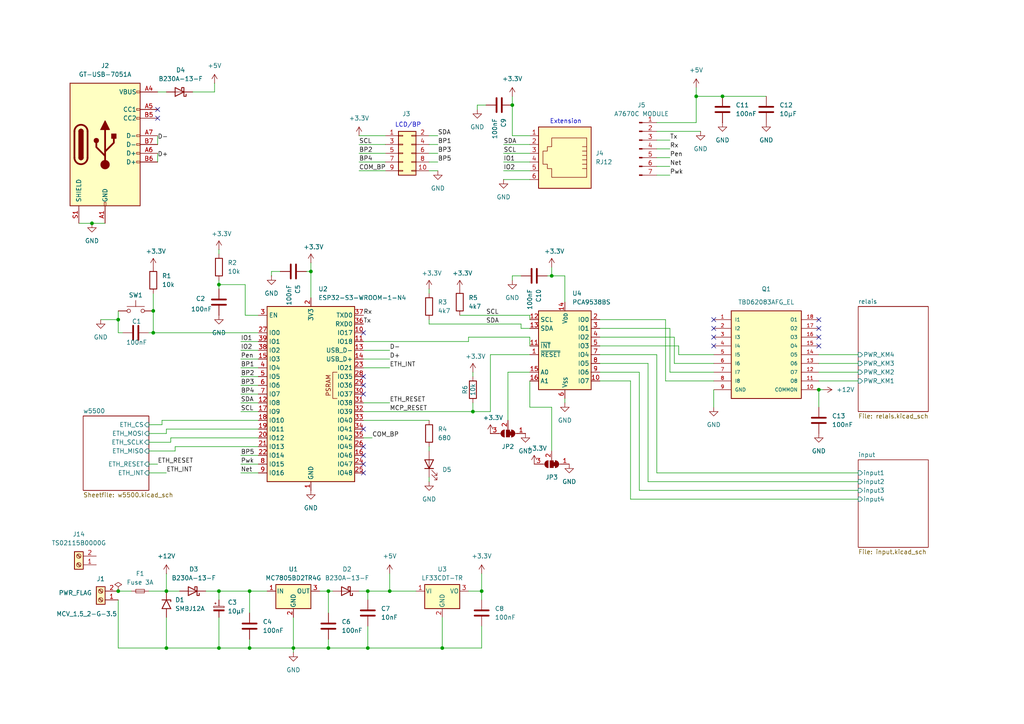
<source format=kicad_sch>
(kicad_sch (version 20250114) (generator "eeschema") (generator_version "9.0")
  (paper "A4")
  (text "Extension\n" (at 164.084 35.306 0) (effects (font (size 1.27 1.27))))
  (text "LCD/BP" (at 118.364 36.322 0) (effects (font (size 1.27 1.27))))
  (junction (at 209.55 27.94))
  (junction (at 44.45 96.52))
  (junction (at 95.25 187.96))
  (junction (at 72.39 171.45))
  (junction (at 139.7 171.45))
  (junction (at 44.45 90.17))
  (junction (at 237.49 113.03))
  (junction (at 113.03 171.45))
  (junction (at 95.25 171.45))
  (junction (at 34.29 171.45))
  (junction (at 48.26 187.96))
  (junction (at 63.5 82.55))
  (junction (at 63.5 171.45))
  (junction (at 72.39 187.96))
  (junction (at 34.29 92.71))
  (junction (at 201.93 27.94))
  (junction (at 106.68 187.96))
  (junction (at 85.09 187.96))
  (junction (at 160.02 80.01))
  (junction (at 63.5 187.96))
  (junction (at 26.67 64.77))
  (junction (at 137.16 119.38))
  (junction (at 48.26 171.45))
  (junction (at 128.27 187.96))
  (junction (at 148.59 30.48))
  (junction (at 106.68 171.45))
  (junction (at 90.17 78.74))
  (no_connect (at 237.49 97.79))
  (no_connect (at 45.72 31.75))
  (no_connect (at 105.41 124.46))
  (no_connect (at 207.01 92.71))
  (no_connect (at 105.41 114.3))
  (no_connect (at 45.72 34.29))
  (no_connect (at 207.01 100.33))
  (no_connect (at 105.41 132.08))
  (no_connect (at 105.41 111.76))
  (no_connect (at 105.41 96.52))
  (no_connect (at 237.49 100.33))
  (no_connect (at 237.49 95.25))
  (no_connect (at 207.01 97.79))
  (no_connect (at 105.41 137.16))
  (no_connect (at 105.41 129.54))
  (no_connect (at 237.49 92.71))
  (no_connect (at 105.41 134.62))
  (no_connect (at 105.41 109.22))
  (no_connect (at 207.01 95.25))
  (wire (pts (xy 146.05 52.07) (xy 153.67 52.07)))
  (wire (pts (xy 92.71 171.45) (xy 95.25 171.45)))
  (wire (pts (xy 142.24 102.87) (xy 142.24 119.38)))
  (wire (pts (xy 46.99 121.92) (xy 74.93 121.92)))
  (wire (pts (xy 34.29 187.96) (xy 48.26 187.96)))
  (wire (pts (xy 153.67 100.33) (xy 153.67 97.79)))
  (wire (pts (xy 139.7 181.61) (xy 139.7 187.96)))
  (wire (pts (xy 72.39 187.96) (xy 72.39 185.42)))
  (wire (pts (xy 113.03 171.45) (xy 120.65 171.45)))
  (wire (pts (xy 163.83 80.01) (xy 160.02 80.01)))
  (wire (pts (xy 194.31 40.64) (xy 190.5 40.64)))
  (wire (pts (xy 173.99 100.33) (xy 196.85 100.33)))
  (wire (pts (xy 194.31 107.95) (xy 207.01 107.95)))
  (wire (pts (xy 69.85 104.14) (xy 74.93 104.14)))
  (wire (pts (xy 69.85 137.16) (xy 74.93 137.16)))
  (wire (pts (xy 69.85 111.76) (xy 74.93 111.76)))
  (wire (pts (xy 187.96 139.7) (xy 248.92 139.7)))
  (wire (pts (xy 69.85 106.68) (xy 74.93 106.68)))
  (wire (pts (xy 48.26 171.45) (xy 52.07 171.45)))
  (wire (pts (xy 137.16 119.38) (xy 142.24 119.38)))
  (wire (pts (xy 43.18 128.27) (xy 49.53 128.27)))
  (wire (pts (xy 127 41.91) (xy 124.46 41.91)))
  (wire (pts (xy 182.88 144.78) (xy 248.92 144.78)))
  (wire (pts (xy 44.45 85.09) (xy 44.45 90.17)))
  (wire (pts (xy 43.18 171.45) (xy 48.26 171.45)))
  (wire (pts (xy 105.41 121.92) (xy 124.46 121.92)))
  (wire (pts (xy 194.31 45.72) (xy 190.5 45.72)))
  (wire (pts (xy 43.18 123.19) (xy 46.99 123.19)))
  (wire (pts (xy 153.67 97.79) (xy 135.89 97.79)))
  (wire (pts (xy 95.25 187.96) (xy 95.25 185.42)))
  (wire (pts (xy 173.99 92.71) (xy 193.04 92.71)))
  (wire (pts (xy 104.14 39.37) (xy 111.76 39.37)))
  (wire (pts (xy 46.99 123.19) (xy 46.99 121.92)))
  (wire (pts (xy 201.93 35.56) (xy 190.5 35.56)))
  (wire (pts (xy 113.03 166.37) (xy 113.03 171.45)))
  (wire (pts (xy 48.26 124.46) (xy 74.93 124.46)))
  (wire (pts (xy 69.85 114.3) (xy 74.93 114.3)))
  (wire (pts (xy 77.47 171.45) (xy 72.39 171.45)))
  (wire (pts (xy 43.18 134.62) (xy 45.72 134.62)))
  (wire (pts (xy 142.24 102.87) (xy 153.67 102.87)))
  (wire (pts (xy 105.41 99.06) (xy 135.89 99.06)))
  (wire (pts (xy 85.09 187.96) (xy 85.09 189.23)))
  (wire (pts (xy 173.99 95.25) (xy 194.31 95.25)))
  (wire (pts (xy 29.21 92.71) (xy 34.29 92.71)))
  (wire (pts (xy 69.85 119.38) (xy 74.93 119.38)))
  (wire (pts (xy 48.26 166.37) (xy 48.26 171.45)))
  (wire (pts (xy 26.67 64.77) (xy 30.48 64.77)))
  (wire (pts (xy 72.39 187.96) (xy 63.5 187.96)))
  (wire (pts (xy 63.5 72.39) (xy 63.5 73.66)))
  (wire (pts (xy 69.85 134.62) (xy 74.93 134.62)))
  (wire (pts (xy 194.31 43.18) (xy 190.5 43.18)))
  (wire (pts (xy 237.49 110.49) (xy 248.92 110.49)))
  (wire (pts (xy 124.46 138.43) (xy 124.46 139.7)))
  (wire (pts (xy 113.03 104.14) (xy 105.41 104.14)))
  (wire (pts (xy 104.14 49.53) (xy 111.76 49.53)))
  (wire (pts (xy 45.72 39.37) (xy 45.72 41.91)))
  (wire (pts (xy 138.43 30.48) (xy 140.97 30.48)))
  (wire (pts (xy 137.16 107.95) (xy 137.16 109.22)))
  (wire (pts (xy 43.18 130.81) (xy 50.8 130.81)))
  (wire (pts (xy 34.29 92.71) (xy 34.29 90.17)))
  (wire (pts (xy 135.89 97.79) (xy 135.89 99.06)))
  (wire (pts (xy 207.01 118.11) (xy 207.01 113.03)))
  (wire (pts (xy 48.26 179.07) (xy 48.26 187.96)))
  (wire (pts (xy 44.45 96.52) (xy 74.93 96.52)))
  (wire (pts (xy 193.04 110.49) (xy 207.01 110.49)))
  (wire (pts (xy 35.56 96.52) (xy 34.29 96.52)))
  (wire (pts (xy 135.89 171.45) (xy 139.7 171.45)))
  (wire (pts (xy 148.59 81.28) (xy 148.59 80.01)))
  (wire (pts (xy 78.74 80.01) (xy 78.74 78.74)))
  (wire (pts (xy 195.58 105.41) (xy 207.01 105.41)))
  (wire (pts (xy 201.93 27.94) (xy 201.93 35.56)))
  (wire (pts (xy 151.13 93.98) (xy 151.13 95.25)))
  (wire (pts (xy 34.29 171.45) (xy 38.1 171.45)))
  (wire (pts (xy 173.99 102.87) (xy 190.5 102.87)))
  (wire (pts (xy 139.7 187.96) (xy 128.27 187.96)))
  (wire (pts (xy 72.39 177.8) (xy 72.39 171.45)))
  (wire (pts (xy 71.12 91.44) (xy 74.93 91.44)))
  (wire (pts (xy 90.17 78.74) (xy 90.17 86.36)))
  (wire (pts (xy 104.14 41.91) (xy 111.76 41.91)))
  (wire (pts (xy 237.49 102.87) (xy 248.92 102.87)))
  (wire (pts (xy 209.55 27.94) (xy 222.25 27.94)))
  (wire (pts (xy 237.49 105.41) (xy 248.92 105.41)))
  (wire (pts (xy 148.59 30.48) (xy 148.59 39.37)))
  (wire (pts (xy 127 44.45) (xy 124.46 44.45)))
  (wire (pts (xy 85.09 187.96) (xy 72.39 187.96)))
  (wire (pts (xy 196.85 102.87) (xy 207.01 102.87)))
  (wire (pts (xy 106.68 173.99) (xy 106.68 171.45)))
  (wire (pts (xy 85.09 187.96) (xy 95.25 187.96)))
  (wire (pts (xy 190.5 102.87) (xy 190.5 137.16)))
  (wire (pts (xy 85.09 179.07) (xy 85.09 187.96)))
  (wire (pts (xy 148.59 27.94) (xy 148.59 30.48)))
  (wire (pts (xy 72.39 171.45) (xy 63.5 171.45)))
  (wire (pts (xy 48.26 125.73) (xy 48.26 124.46)))
  (wire (pts (xy 127 39.37) (xy 124.46 39.37)))
  (wire (pts (xy 90.17 76.2) (xy 90.17 78.74)))
  (wire (pts (xy 237.49 113.03) (xy 237.49 118.11)))
  (wire (pts (xy 104.14 46.99) (xy 111.76 46.99)))
  (wire (pts (xy 194.31 95.25) (xy 194.31 107.95)))
  (wire (pts (xy 113.03 101.6) (xy 105.41 101.6)))
  (wire (pts (xy 63.5 81.28) (xy 63.5 82.55)))
  (wire (pts (xy 104.14 171.45) (xy 106.68 171.45)))
  (wire (pts (xy 185.42 107.95) (xy 185.42 142.24)))
  (wire (pts (xy 124.46 93.98) (xy 124.46 92.71)))
  (wire (pts (xy 151.13 95.25) (xy 153.67 95.25)))
  (wire (pts (xy 124.46 83.82) (xy 124.46 85.09)))
  (wire (pts (xy 107.95 127) (xy 105.41 127)))
  (wire (pts (xy 195.58 97.79) (xy 195.58 105.41)))
  (wire (pts (xy 203.2 38.1) (xy 190.5 38.1)))
  (wire (pts (xy 63.5 187.96) (xy 63.5 179.07)))
  (wire (pts (xy 95.25 171.45) (xy 95.25 177.8)))
  (wire (pts (xy 194.31 48.26) (xy 190.5 48.26)))
  (wire (pts (xy 69.85 109.22) (xy 74.93 109.22)))
  (wire (pts (xy 124.46 130.81) (xy 124.46 129.54)))
  (wire (pts (xy 185.42 142.24) (xy 248.92 142.24)))
  (wire (pts (xy 146.05 49.53) (xy 153.67 49.53)))
  (wire (pts (xy 44.45 90.17) (xy 44.45 96.52)))
  (wire (pts (xy 182.88 110.49) (xy 182.88 144.78)))
  (wire (pts (xy 95.25 171.45) (xy 96.52 171.45)))
  (wire (pts (xy 48.26 26.67) (xy 45.72 26.67)))
  (wire (pts (xy 160.02 118.11) (xy 160.02 130.81)))
  (wire (pts (xy 22.86 64.77) (xy 26.67 64.77)))
  (wire (pts (xy 49.53 128.27) (xy 49.53 127)))
  (wire (pts (xy 105.41 119.38) (xy 137.16 119.38)))
  (wire (pts (xy 62.23 24.13) (xy 62.23 26.67)))
  (wire (pts (xy 43.18 96.52) (xy 44.45 96.52)))
  (wire (pts (xy 190.5 137.16) (xy 248.92 137.16)))
  (wire (pts (xy 146.05 41.91) (xy 153.67 41.91)))
  (wire (pts (xy 238.76 113.03) (xy 237.49 113.03)))
  (wire (pts (xy 43.18 125.73) (xy 48.26 125.73)))
  (wire (pts (xy 139.7 173.99) (xy 139.7 171.45)))
  (wire (pts (xy 50.8 129.54) (xy 74.93 129.54)))
  (wire (pts (xy 194.31 50.8) (xy 190.5 50.8)))
  (wire (pts (xy 48.26 187.96) (xy 63.5 187.96)))
  (wire (pts (xy 153.67 91.44) (xy 153.67 92.71)))
  (wire (pts (xy 193.04 92.71) (xy 193.04 110.49)))
  (wire (pts (xy 63.5 171.45) (xy 59.69 171.45)))
  (wire (pts (xy 173.99 105.41) (xy 187.96 105.41)))
  (wire (pts (xy 138.43 31.75) (xy 138.43 30.48)))
  (wire (pts (xy 173.99 97.79) (xy 195.58 97.79)))
  (wire (pts (xy 113.03 171.45) (xy 106.68 171.45)))
  (wire (pts (xy 62.23 26.67) (xy 55.88 26.67)))
  (wire (pts (xy 147.32 107.95) (xy 147.32 121.92)))
  (wire (pts (xy 153.67 110.49) (xy 153.67 118.11)))
  (wire (pts (xy 71.12 82.55) (xy 71.12 91.44)))
  (wire (pts (xy 146.05 44.45) (xy 153.67 44.45)))
  (wire (pts (xy 43.18 137.16) (xy 48.26 137.16)))
  (wire (pts (xy 63.5 82.55) (xy 71.12 82.55)))
  (wire (pts (xy 69.85 132.08) (xy 74.93 132.08)))
  (wire (pts (xy 163.83 116.84) (xy 163.83 115.57)))
  (wire (pts (xy 45.72 44.45) (xy 45.72 46.99)))
  (wire (pts (xy 63.5 82.55) (xy 63.5 83.82)))
  (wire (pts (xy 139.7 166.37) (xy 139.7 171.45)))
  (wire (pts (xy 173.99 110.49) (xy 182.88 110.49)))
  (wire (pts (xy 153.67 118.11) (xy 160.02 118.11)))
  (wire (pts (xy 34.29 96.52) (xy 34.29 92.71)))
  (wire (pts (xy 88.9 78.74) (xy 90.17 78.74)))
  (wire (pts (xy 69.85 116.84) (xy 74.93 116.84)))
  (wire (pts (xy 153.67 107.95) (xy 147.32 107.95)))
  (wire (pts (xy 173.99 107.95) (xy 185.42 107.95)))
  (wire (pts (xy 160.02 77.47) (xy 160.02 80.01)))
  (wire (pts (xy 50.8 130.81) (xy 50.8 129.54)))
  (wire (pts (xy 63.5 173.99) (xy 63.5 171.45)))
  (wire (pts (xy 163.83 87.63) (xy 163.83 80.01)))
  (wire (pts (xy 148.59 80.01) (xy 151.13 80.01)))
  (wire (pts (xy 69.85 99.06) (xy 74.93 99.06)))
  (wire (pts (xy 127 46.99) (xy 124.46 46.99)))
  (wire (pts (xy 137.16 116.84) (xy 137.16 119.38)))
  (wire (pts (xy 201.93 27.94) (xy 209.55 27.94)))
  (wire (pts (xy 201.93 25.4) (xy 201.93 27.94)))
  (wire (pts (xy 187.96 105.41) (xy 187.96 139.7)))
  (wire (pts (xy 113.03 116.84) (xy 105.41 116.84)))
  (wire (pts (xy 113.03 106.68) (xy 105.41 106.68)))
  (wire (pts (xy 237.49 107.95) (xy 248.92 107.95)))
  (wire (pts (xy 49.53 127) (xy 74.93 127)))
  (wire (pts (xy 104.14 44.45) (xy 111.76 44.45)))
  (wire (pts (xy 78.74 78.74) (xy 81.28 78.74)))
  (wire (pts (xy 146.05 46.99) (xy 153.67 46.99)))
  (wire (pts (xy 196.85 100.33) (xy 196.85 102.87)))
  (wire (pts (xy 128.27 179.07) (xy 128.27 187.96)))
  (wire (pts (xy 124.46 93.98) (xy 151.13 93.98)))
  (wire (pts (xy 133.35 91.44) (xy 153.67 91.44)))
  (wire (pts (xy 148.59 39.37) (xy 153.67 39.37)))
  (wire (pts (xy 128.27 187.96) (xy 106.68 187.96)))
  (wire (pts (xy 106.68 187.96) (xy 106.68 181.61)))
  (wire (pts (xy 69.85 101.6) (xy 74.93 101.6)))
  (wire (pts (xy 34.29 173.99) (xy 34.29 187.96)))
  (wire (pts (xy 95.25 187.96) (xy 106.68 187.96)))
  (wire (pts (xy 158.75 80.01) (xy 160.02 80.01)))
  (wire (pts (xy 127 49.53) (xy 124.46 49.53)))
  (label "IO2" (at 146.05 49.53 0))
  (label "IO1" (at 146.05 46.99 0))
  (label "D-" (at 113.03 101.6 0))
  (label "SDA" (at 146.05 41.91 0))
  (label "BP4" (at 69.85 114.3 0))
  (label "SCL" (at 104.14 41.91 0))
  (label "Pwk" (at 69.85 134.62 0))
  (label "BP5" (at 69.85 132.08 0))
  (label "IO1" (at 69.85 99.06 0))
  (label "D+" (at 113.03 104.14 0))
  (label "D+" (at 45.72 45.72 0))
  (label "SDA" (at 69.85 116.84 0))
  (label "ETH_INT" (at 113.03 106.68 0))
  (label "BP2" (at 69.85 109.22 0))
  (label "ETH_INT" (at 48.26 137.16 0))
  (label "COM_BP" (at 107.95 127 0))
  (label "Rx" (at 194.31 43.18 0))
  (label "BP1" (at 127 41.91 0))
  (label "Rx" (at 105.41 91.44 0))
  (label "SDA" (at 127 39.37 0))
  (label "Tx" (at 105.41 93.98 0))
  (label "Pwk" (at 194.31 50.8 0))
  (label "Net" (at 194.31 48.26 0))
  (label "ETH_RESET" (at 45.72 134.62 0))
  (label "Net" (at 69.85 137.16 0))
  (label "ETH_RESET" (at 113.03 116.84 0))
  (label "SDA" (at 140.97 93.98 0))
  (label "SCL" (at 69.85 119.38 0))
  (label "Tx" (at 194.31 40.64 0))
  (label "BP1" (at 69.85 106.68 0))
  (label "D-" (at 45.72 40.64 0))
  (label "BP3" (at 127 44.45 0))
  (label "SCL" (at 140.97 91.44 0))
  (label "IO2" (at 69.85 101.6 0))
  (label "BP2" (at 104.14 44.45 0))
  (label "BP5" (at 127 46.99 0))
  (label "BP4" (at 104.14 46.99 0))
  (label "COM_BP" (at 104.14 49.53 0))
  (label "Pen" (at 69.85 104.14 0))
  (label "Pen" (at 194.31 45.72 0))
  (label "MCP_RESET" (at 113.03 119.38 0))
  (label "BP3" (at 69.85 111.76 0))
  (label "SCL" (at 146.05 44.45 0))
  (symbol (lib_id "power:GND") (at 85.09 189.23 0) (unit 1)
    (property "Reference" "#PWR09" (effects (hide yes)))
    (property "Value" "GND" (at 85.09 194.31 0))
    (property "Description" "Power symbol creates a global label with name \"GND\" , ground" (effects (hide yes)))
  )
  (symbol (lib_id "power:+3.3V") (at 44.45 77.47 0) (unit 1)
    (property "Reference" "#PWR03" (effects (hide yes)))
    (property "Value" "+3.3V" (at 45.212 72.898 0))
    (property "Description" "Power symbol creates a global label with name \"+3.3V\"" (effects (hide yes)))
  )
  (symbol (lib_id "power:+5V") (at 201.93 25.4 0) (unit 1)
    (property "Reference" "#PWR026" (effects (hide yes)))
    (property "Value" "+5V" (at 201.93 20.32 0))
    (property "Description" "Power symbol creates a global label with name \"+5V\"" (effects (hide yes)))
  )
  (symbol (lib_id "Device:R") (at 124.46 88.9 180) (unit 1)
    (property "Reference" "R3" (at 127 87.6299 0) (effects (justify right)))
    (property "Value" "4k7" (at 127 90.1699 0) (effects (justify right)))
    (property "Footprint" "Resistor_SMD:R_0402_1005Metric" (effects (hide yes)))
    (property "Description" "Resistor" (effects (hide yes)))
  )
  (symbol (lib_id "power:+3.3V") (at 63.5 72.39 0) (unit 1)
    (property "Reference" "#PWR06" (effects (hide yes)))
    (property "Value" "+3.3V" (at 64.262 67.818 0))
    (property "Description" "Power symbol creates a global label with name \"+3.3V\"" (effects (hide yes)))
  )
  (symbol (lib_id "Connector:Screw_Terminal_01x02") (at 29.21 173.99 180) (unit 1)
    (property "Reference" "J1" (at 29.21 167.894 0))
    (property "Value" "MCV_1,5_2-G-3.5" (at 25.146 178.054 0))
    (property "Footprint" "Connector_Phoenix_MC:PhoenixContact_MCV_1,5_2-G-3.5_1x02_P3.50mm_Vertical" (effects (hide yes)))
    (property "Description" "Generic screw terminal, single row, 01x02, script generated (kicad-library-utils/schlib/autogen/connector/)" (effects (hide yes)))
  )
  (symbol (lib_id "power:GND") (at 222.25 35.56 0) (unit 1)
    (property "Reference" "#PWR030" (effects (hide yes)))
    (property "Value" "GND" (at 222.25 40.64 0))
    (property "Description" "Power symbol creates a global label with name \"GND\" , ground" (effects (hide yes)))
  )
  (symbol (lib_id "power:GND") (at 146.05 52.07 0) (unit 1)
    (property "Reference" "#PWR021" (effects (hide yes)))
    (property "Value" "GND" (at 146.05 57.15 0))
    (property "Description" "Power symbol creates a global label with name \"GND\" , ground" (effects (hide yes)))
  )
  (symbol (lib_id "Device:C") (at 139.7 177.8 0) (unit 1)
    (property "Reference" "C8" (at 143.51 176.5299 0) (effects (justify left)))
    (property "Value" "100nF" (at 143.51 179.0699 0) (effects (justify left)))
    (property "Footprint" "Capacitor_SMD:C_0402_1005Metric" (effects (hide yes)))
    (property "Description" "Unpolarized capacitor" (effects (hide yes)))
  )
  (symbol (lib_id "power:+3.3V") (at 148.59 27.94 0) (unit 1)
    (property "Reference" "#PWR022" (effects (hide yes)))
    (property "Value" "+3.3V" (at 148.59 22.86 0))
    (property "Description" "Power symbol creates a global label with name \"+3.3V\"" (effects (hide yes)))
  )
  (symbol (lib_id "power:GND") (at 63.5 91.44 0) (unit 1)
    (property "Reference" "#PWR07" (effects (hide yes)))
    (property "Value" "GND" (at 63.5 96.52 0))
    (property "Description" "Power symbol creates a global label with name \"GND\" , ground" (effects (hide yes)))
  )
  (symbol (lib_id "power:+12V") (at 48.26 166.37 0) (unit 1)
    (property "Reference" "#PWR04" (effects (hide yes)))
    (property "Value" "+12V" (at 48.26 161.29 0))
    (property "Description" "Power symbol creates a global label with name \"+12V\"" (effects (hide yes)))
  )
  (symbol (lib_id "power:+3.3V") (at 104.14 39.37 0) (unit 1)
    (property "Reference" "#PWR012" (effects (hide yes)))
    (property "Value" "+3.3V" (at 104.14 34.29 0))
    (property "Description" "Power symbol creates a global label with name \"+3.3V\"" (effects (hide yes)))
  )
  (symbol (lib_id "Jumper:SolderJumper_3_Bridged12") (at 147.32 125.73 180) (unit 1) (in_bom no)
    (property "Reference" "JP2" (at 147.32 129.54 0))
    (property "Value" "SolderJumper_3_Bridged12" (effects (hide yes)))
    (property "Footprint" "Jumper:SolderJumper-3_P1.3mm_Bridged12_RoundedPad1.0x1.5mm" (effects (hide yes)))
    (property "Description" "3-pole Solder Jumper, pins 1+2 closed/bridged" (effects (hide yes)))
  )
  (symbol (lib_id "power:+3.3V") (at 160.02 77.47 0) (unit 1)
    (property "Reference" "#PWR024" (effects (hide yes)))
    (property "Value" "+3.3V" (at 160.782 72.898 0))
    (property "Description" "Power symbol creates a global label with name \"+3.3V\"" (effects (hide yes)))
  )
  (symbol (lib_id "power:GND") (at 165.1 134.62 0) (unit 1)
    (property "Reference" "#PWR063" (effects (hide yes)))
    (property "Value" "GND" (at 165.1 139.7 0))
    (property "Description" "Power symbol creates a global label with name \"GND\" , ground" (effects (hide yes)))
  )
  (symbol (lib_id "Device:LED") (at 124.46 134.62 90) (unit 1)
    (property "Reference" "D5" (at 128.27 136.2074 90) (effects (justify right)))
    (property "Value" "LED LTST-C193TGKT-5A" (effects (hide yes)))
    (property "Footprint" "LED_SMD:LED_0603_1608Metric" (effects (hide yes)))
    (property "Description" "Light emitting diode" (effects (hide yes)))
    (property "Sim.Pins" "1=K 2=A" (effects (hide yes)))
  )
  (symbol (lib_id "power:+3.3V") (at 137.16 107.95 0) (unit 1)
    (property "Reference" "#PWR017" (effects (hide yes)))
    (property "Value" "+3.3V" (at 137.922 103.378 0))
    (property "Description" "Power symbol creates a global label with name \"+3.3V\"" (effects (hide yes)))
  )
  (symbol (lib_id "power:GND") (at 203.2 38.1 0) (unit 1)
    (property "Reference" "#PWR027" (effects (hide yes)))
    (property "Value" "GND" (at 203.2 43.18 0))
    (property "Description" "Power symbol creates a global label with name \"GND\" , ground" (effects (hide yes)))
  )
  (symbol (lib_id "Device:C") (at 237.49 121.92 0) (unit 1)
    (property "Reference" "C13" (at 241.3 120.6499 0) (effects (justify left)))
    (property "Value" "100nF" (at 241.3 123.1899 0) (effects (justify left)))
    (property "Footprint" "Capacitor_SMD:C_0402_1005Metric" (effects (hide yes)))
    (property "Description" "Unpolarized capacitor" (effects (hide yes)))
  )
  (symbol (lib_id "RF_Module:ESP32-S3-WROOM-1") (at 90.17 114.3 0) (unit 1)
    (property "Reference" "U2" (at 92.3133 83.82 0) (effects (justify left)))
    (property "Value" "ESP32-S3-WROOM-1-N4" (at 92.3133 86.36 0) (effects (justify left)))
    (property "Footprint" "RF_Module:ESP32-S3-WROOM-1" (effects (hide yes)))
    (property "Datasheet" "https://www.espressif.com/sites/default/files/documentation/esp32-s3-wroom-1_wroom-1u_datasheet_en.pdf" (effects (hide yes)))
    (property "Description" "RF Module, ESP32-S3 SoC, Wi-Fi 802.11b/g/n, Bluetooth, BLE, 32-bit, 3.3V, onboard antenna, SMD" (effects (hide yes)))
  )
  (symbol (lib_id "Connector:RJ12") (at 163.83 44.45 180) (unit 1)
    (property "Reference" "J4" (at 172.72 44.4499 0) (effects (justify right)))
    (property "Value" "RJ12" (at 172.72 46.9899 0) (effects (justify right)))
    (property "Footprint" "Connector_RJ:RJ12_Amphenol_54601-x06_Horizontal" (effects (hide yes)))
    (property "Description" "RJ connector, 6P6C (6 positions 6 connected)" (effects (hide yes)))
  )
  (symbol (lib_id "Device:C") (at 144.78 30.48 270) (unit 1)
    (property "Reference" "C9" (at 146.0501 34.29 0) (effects (justify left)))
    (property "Value" "100nF" (at 143.5101 34.29 0) (effects (justify left)))
    (property "Footprint" "Capacitor_SMD:C_0402_1005Metric" (effects (hide yes)))
    (property "Description" "Unpolarized capacitor" (effects (hide yes)))
  )
  (symbol (lib_id "power:GND") (at 127 49.53 0) (unit 1)
    (property "Reference" "#PWR015" (effects (hide yes)))
    (property "Value" "GND" (at 127 54.61 0))
    (property "Description" "Power symbol creates a global label with name \"GND\" , ground" (effects (hide yes)))
  )
  (symbol (lib_id "Device:R") (at 44.45 81.28 0) (unit 1)
    (property "Reference" "R1" (at 46.99 80.0099 0) (effects (justify left)))
    (property "Value" "10k" (at 46.99 82.5499 0) (effects (justify left)))
    (property "Footprint" "Resistor_SMD:R_0402_1005Metric" (effects (hide yes)))
    (property "Description" "Resistor" (effects (hide yes)))
  )
  (symbol (lib_id "Switch:SW_Push") (at 39.37 90.17 0) (unit 1)
    (property "Reference" "SW1" (at 39.37 85.598 0))
    (property "Value" "SW_Push" (effects (hide yes)))
    (property "Footprint" "Button_Switch_SMD:SW_Tactile_SPST_NO_Straight_CK_PTS636Sx25SMTRLFS" (effects (hide yes)))
    (property "Description" "Push button switch, generic, two pins" (effects (hide yes)))
  )
  (symbol (lib_id "power:+3.3V") (at 154.94 134.62 0) (unit 1)
    (property "Reference" "#PWR065" (effects (hide yes)))
    (property "Value" "+3.3V" (at 155.702 130.048 0))
    (property "Description" "Power symbol creates a global label with name \"+3.3V\"" (effects (hide yes)))
  )
  (symbol (lib_id "power:GND") (at 90.17 142.24 0) (unit 1)
    (property "Reference" "#PWR011" (effects (hide yes)))
    (property "Value" "GND" (at 90.17 147.32 0))
    (property "Description" "Power symbol creates a global label with name \"GND\" , ground" (effects (hide yes)))
  )
  (symbol (lib_id "Diode:SS38") (at 100.33 171.45 180) (unit 1)
    (property "Reference" "D2" (at 100.6475 165.1 0))
    (property "Value" "B230A-13-F" (at 100.6475 167.64 0))
    (property "Footprint" "Diode_SMD:D_SMA" (effects (hide yes)))
    (property "Datasheet" "https://www.microdiode.com/uploadfiles//PDF/SS32-THRU-SS3200-SMA.pdf" (effects (hide yes)))
    (property "Description" "80V 3A Schottky Diode, SMA" (effects (hide yes)))
  )
  (symbol (lib_id "power:GND") (at 209.55 35.56 0) (unit 1)
    (property "Reference" "#PWR029" (effects (hide yes)))
    (property "Value" "GND" (at 209.55 40.64 0))
    (property "Description" "Power symbol creates a global label with name \"GND\" , ground" (effects (hide yes)))
  )
  (symbol (lib_id "Device:C") (at 85.09 78.74 270) (unit 1)
    (property "Reference" "C5" (at 86.3601 82.55 0) (effects (justify left)))
    (property "Value" "100nF" (at 83.8201 82.55 0) (effects (justify left)))
    (property "Footprint" "Capacitor_SMD:C_0402_1005Metric" (effects (hide yes)))
    (property "Description" "Unpolarized capacitor" (effects (hide yes)))
  )
  (symbol (lib_id "power:GND") (at 124.46 139.7 0) (unit 1)
    (property "Reference" "#PWR020" (effects (hide yes)))
    (property "Value" "GND" (at 124.46 144.78 0))
    (property "Description" "Power symbol creates a global label with name \"GND\" , ground" (effects (hide yes)))
  )
  (symbol (lib_id "Device:R") (at 124.46 125.73 0) (unit 1)
    (property "Reference" "R4" (at 127 124.4599 0) (effects (justify left)))
    (property "Value" "680" (at 127 126.9999 0) (effects (justify left)))
    (property "Footprint" "Resistor_SMD:R_0402_1005Metric" (effects (hide yes)))
    (property "Description" "Resistor" (effects (hide yes)))
  )
  (symbol (lib_id "Device:C") (at 154.94 80.01 270) (unit 1)
    (property "Reference" "C10" (at 156.2101 83.82 0) (effects (justify left)))
    (property "Value" "100nF" (at 153.6701 83.82 0) (effects (justify left)))
    (property "Footprint" "Capacitor_SMD:C_0402_1005Metric" (effects (hide yes)))
    (property "Description" "Unpolarized capacitor" (effects (hide yes)))
  )
  (symbol (lib_id "power:+5V") (at 62.23 24.13 0) (unit 1)
    (property "Reference" "#PWR05" (effects (hide yes)))
    (property "Value" "+5V" (at 62.23 19.05 0))
    (property "Description" "Power symbol creates a global label with name \"+5V\"" (effects (hide yes)))
  )
  (symbol (lib_id "power:GND") (at 78.74 80.01 0) (unit 1)
    (property "Reference" "#PWR08" (effects (hide yes)))
    (property "Value" "GND" (at 78.74 85.09 0))
    (property "Description" "Power symbol creates a global label with name \"GND\" , ground" (effects (hide yes)))
  )
  (symbol (lib_id "power:+3.3V") (at 139.7 166.37 0) (unit 1)
    (property "Reference" "#PWR019" (effects (hide yes)))
    (property "Value" "+3.3V" (at 139.7 161.29 0))
    (property "Description" "Power symbol creates a global label with name \"+3.3V\"" (effects (hide yes)))
  )
  (symbol (lib_id "power:GND") (at 237.49 125.73 0) (unit 1)
    (property "Reference" "#PWR031" (effects (hide yes)))
    (property "Value" "GND" (at 237.49 130.81 0))
    (property "Description" "Power symbol creates a global label with name \"GND\" , ground" (effects (hide yes)))
  )
  (symbol (lib_id "Regulator_Linear:LF33_TO252") (at 128.27 171.45 0) (unit 1)
    (property "Reference" "U3" (at 128.27 165.1 0))
    (property "Value" "LF33CDT-TR" (at 128.27 167.64 0))
    (property "Footprint" "Package_TO_SOT_SMD:TO-252-2" (effects (hide yes)))
    (property "Datasheet" "http://www.st.com/content/ccc/resource/technical/document/datasheet/c4/0e/7e/2a/be/bc/4c/bd/CD00000546.pdf/files/CD00000546.pdf/jcr:content/translations/en.CD00000546.pdf" (effects (hide yes)))
    (property "Description" "Low-drop Voltage Regulator, Io up to 500mA, Fixed Vo 3.3V, TO-252 (DPAK)" (effects (hide yes)))
  )
  (symbol (lib_id "Diode:SS38") (at 52.07 26.67 180) (unit 1)
    (property "Reference" "D4" (at 52.3875 20.32 0))
    (property "Value" "B230A-13-F" (at 52.3875 22.86 0))
    (property "Footprint" "Diode_SMD:D_SMA" (effects (hide yes)))
    (property "Datasheet" "https://www.microdiode.com/uploadfiles//PDF/SS32-THRU-SS3200-SMA.pdf" (effects (hide yes)))
    (property "Description" "80V 3A Schottky Diode, SMA" (effects (hide yes)))
  )
  (symbol (lib_id "power:GND") (at 138.43 31.75 0) (unit 1)
    (property "Reference" "#PWR018" (effects (hide yes)))
    (property "Value" "GND" (at 138.43 36.83 0))
    (property "Description" "Power symbol creates a global label with name \"GND\" , ground" (effects (hide yes)))
  )
  (symbol (lib_id "Device:C") (at 209.55 31.75 0) (unit 1)
    (property "Reference" "C11" (at 213.36 30.4799 0) (effects (justify left)))
    (property "Value" "100nF" (at 213.36 33.0199 0) (effects (justify left)))
    (property "Footprint" "Capacitor_SMD:C_0402_1005Metric" (effects (hide yes)))
    (property "Description" "Unpolarized capacitor" (effects (hide yes)))
  )
  (symbol (lib_id "Device:C_Polarized_Small") (at 63.5 176.53 0) (unit 1)
    (property "Reference" "C3" (at 66.04 174.7138 0) (effects (justify left)))
    (property "Value" "10µF" (at 66.04 177.2538 0) (effects (justify left)))
    (property "Footprint" "Capacitor_SMD:CP_Elec_4x5.4" (effects (hide yes)))
    (property "Description" "RVT1E100M0405 - Polarized capacitor, small symbol" (effects (hide yes)))
  )
  (symbol (lib_id "Device:C") (at 72.39 181.61 0) (unit 1)
    (property "Reference" "C4" (at 76.2 180.3399 0) (effects (justify left)))
    (property "Value" "100nF" (at 76.2 182.8799 0) (effects (justify left)))
    (property "Footprint" "Capacitor_SMD:C_0402_1005Metric" (effects (hide yes)))
    (property "Description" "Unpolarized capacitor" (effects (hide yes)))
  )
  (symbol (lib_id "power:+5V") (at 113.03 166.37 0) (unit 1)
    (property "Reference" "#PWR013" (effects (hide yes)))
    (property "Value" "+5V" (at 113.03 161.29 0))
    (property "Description" "Power symbol creates a global label with name \"+5V\"" (effects (hide yes)))
  )
  (symbol (lib_id "Device:C") (at 39.37 96.52 270) (unit 1)
    (property "Reference" "C1" (at 39.624 93.218 90))
    (property "Value" "100nF" (at 39.624 99.314 90))
    (property "Footprint" "Capacitor_SMD:C_0402_1005Metric" (effects (hide yes)))
    (property "Description" "Unpolarized capacitor" (effects (hide yes)))
  )
  (symbol (lib_id "power:GND") (at 148.59 81.28 0) (unit 1)
    (property "Reference" "#PWR023" (effects (hide yes)))
    (property "Value" "GND" (at 148.59 86.36 0))
    (property "Description" "Power symbol creates a global label with name \"GND\" , ground" (effects (hide yes)))
  )
  (symbol (lib_id "power:+3.3V") (at 133.35 83.82 0) (unit 1)
    (property "Reference" "#PWR016" (effects (hide yes)))
    (property "Value" "+3.3V" (at 134.112 79.248 0))
    (property "Description" "Power symbol creates a global label with name \"+3.3V\"" (effects (hide yes)))
  )
  (symbol (lib_id "TBD62083AFG_EL:TBD62083AFG_EL") (at 207.01 92.71 0) (unit 1)
    (property "Reference" "Q1" (at 222.25 83.82 0))
    (property "Value" "TBD62083AFG_EL" (at 222.25 87.63 0))
    (property "Footprint" "TBD62083AFG_EL:SOIC127P1030X245-18N" (effects (hide yes)))
    (property "Description" "Gate Drivers DMOS Transistor Array 7-CH, 50V/0.5A" (effects (hide yes)))
    (property "MANUFACTURER_NAME" "Toshiba" (effects (hide yes)))
    (property "MF" "Toshiba Semiconductor" (effects (hide yes)))
    (property "MOUSER_PRICE-STOCK" "https://www.mouser.co.uk/ProductDetail/Toshiba/TBD62083AFGEL?qs=fSnNYG2PaKIrAovmru5jNA%3D%3D" (effects (hide yes)))
    (property "MOUSER_PART_NUMBER" "757-TBD62083AFGEL" (effects (hide yes)))
    (property "Price" "None" (effects (hide yes)))
    (property "Package" "SOIC-18 Toshiba Semiconductor and Storage" (effects (hide yes)))
    (property "Check_prices" "https://www.snapeda.com/parts/TBD62083AFG,EL/Toshiba/view-part/?ref=eda" (effects (hide yes)))
    (property "HEIGHT" "2.45mm" (effects (hide yes)))
    (property "MP" "TBD62083AFG,EL" (effects (hide yes)))
    (property "SnapEDA_Link" "https://www.snapeda.com/parts/TBD62083AFG,EL/Toshiba/view-part/?ref=snap" (effects (hide yes)))
    (property "ARROW_PRICE-STOCK" "https://www.arrow.com/en/products/tbd62083afgel/toshiba" (effects (hide yes)))
    (property "ARROW_PART_NUMBER" "TBD62083AFG,EL" (effects (hide yes)))
    (property "Purchase-URL" "https://www.snapeda.com/api/url_track_click_mouser/?unipart_id=1153999&manufacturer=Toshiba Semiconductor&part_name=TBD62083AFG,EL&search_term=None" (effects (hide yes)))
    (property "Description_1" "Power Switch/Driver 1:1 N-Channel 500mA 18-SOP" (effects (hide yes)))
    (property "Availability" "In Stock" (effects (hide yes)))
    (property "MANUFACTURER_PART_NUMBER" "TBD62083AFG,EL" (effects (hide yes)))
  )
  (symbol (lib_id "Device:C") (at 63.5 87.63 0) (unit 1)
    (property "Reference" "C2" (at 58.166 86.614 0))
    (property "Value" "100nF" (at 58.42 89.662 0))
    (property "Footprint" "Capacitor_SMD:C_0402_1005Metric" (effects (hide yes)))
    (property "Description" "Unpolarized capacitor" (effects (hide yes)))
  )
  (symbol (lib_id "Interface_Expansion:PCA9538BS") (at 163.83 102.87 0) (unit 1)
    (property "Reference" "U4" (at 165.9733 85.09 0) (effects (justify left)))
    (property "Value" "PCA9538BS" (at 165.9733 87.63 0) (effects (justify left)))
    (property "Footprint" "Package_DFN_QFN:NXP_VQFN-16-1EP_4x4mm_P0.65mm_EP2.1x2.1mm" (effects (hide yes)))
    (property "Datasheet" "https://www.nxp.com/docs/en/data-sheet/PCA9538.pdf" (effects (hide yes)))
    (property "Description" "8-bit I/O expander, I2C / SMBus interface, interrupt and reset pins, VQFN-16" (effects (hide yes)))
  )
  (symbol (lib_id "power:+12V") (at 238.76 113.03 270) (unit 1)
    (property "Reference" "#PWR032" (effects (hide yes)))
    (property "Value" "+12V" (at 242.57 113.0299 90) (effects (justify left)))
    (property "Description" "Power symbol creates a global label with name \"+12V\"" (effects (hide yes)))
  )
  (symbol (lib_id "Device:R") (at 137.16 113.03 180) (unit 1)
    (property "Reference" "R6" (at 134.874 113.03 90))
    (property "Value" "10k" (at 137.16 113.03 90))
    (property "Footprint" "Resistor_SMD:R_0402_1005Metric" (effects (hide yes)))
    (property "Description" "Resistor" (effects (hide yes)))
  )
  (symbol (lib_id "Connector:Conn_01x07_Pin") (at 185.42 43.18 0) (unit 1)
    (property "Reference" "J5" (at 186.055 30.48 0))
    (property "Value" "A7670C MODULE" (at 186.055 33.02 0))
    (property "Footprint" "labotronik:a7670c module" (effects (hide yes)))
    (property "Description" "Generic connector, single row, 01x07, script generated" (effects (hide yes)))
  )
  (symbol (lib_id "Jumper:SolderJumper_3_Bridged12") (at 160.02 134.62 180) (unit 1) (in_bom no)
    (property "Reference" "JP3" (at 160.02 138.43 0))
    (property "Value" "SolderJumper_3_Bridged12" (effects (hide yes)))
    (property "Footprint" "Jumper:SolderJumper-3_P1.3mm_Bridged12_RoundedPad1.0x1.5mm" (effects (hide yes)))
    (property "Description" "3-pole Solder Jumper, pins 1+2 closed/bridged" (effects (hide yes)))
  )
  (symbol (lib_id "power:GND") (at 29.21 92.71 0) (unit 1)
    (property "Reference" "#PWR02" (effects (hide yes)))
    (property "Value" "GND" (at 29.21 97.79 0))
    (property "Description" "Power symbol creates a global label with name \"GND\" , ground" (effects (hide yes)))
  )
  (symbol (lib_id "Device:R") (at 63.5 77.47 0) (unit 1)
    (property "Reference" "R2" (at 66.04 76.1999 0) (effects (justify left)))
    (property "Value" "10k" (at 66.04 78.7399 0) (effects (justify left)))
    (property "Footprint" "Resistor_SMD:R_0402_1005Metric" (effects (hide yes)))
    (property "Description" "Resistor" (effects (hide yes)))
  )
  (symbol (lib_id "power:PWR_FLAG") (at 34.29 171.45 0) (unit 1)
    (property "Reference" "#FLG01" (effects (hide yes)))
    (property "Value" "PWR_FLAG" (at 21.844 171.958 0))
    (property "Description" "Special symbol for telling ERC where power comes from" (effects (hide yes)))
  )
  (symbol (lib_id "Device:C") (at 106.68 177.8 0) (unit 1)
    (property "Reference" "C7" (at 110.49 176.5299 0) (effects (justify left)))
    (property "Value" "10nF" (at 110.49 179.0699 0) (effects (justify left)))
    (property "Footprint" "Resistor_SMD:R_0402_1005Metric" (effects (hide yes)))
    (property "Description" "Unpolarized capacitor" (effects (hide yes)))
  )
  (symbol (lib_id "power:+3.3V") (at 124.46 83.82 0) (unit 1)
    (property "Reference" "#PWR014" (effects (hide yes)))
    (property "Value" "+3.3V" (at 125.222 79.248 0))
    (property "Description" "Power symbol creates a global label with name \"+3.3V\"" (effects (hide yes)))
  )
  (symbol (lib_id "power:GND") (at 26.67 64.77 0) (unit 1)
    (property "Reference" "#PWR01" (effects (hide yes)))
    (property "Value" "GND" (at 26.67 69.85 0))
    (property "Description" "Power symbol creates a global label with name \"GND\" , ground" (effects (hide yes)))
  )
  (symbol (lib_id "Connector:USB_C_Receptacle_USB2.0_14P") (at 30.48 41.91 0) (unit 1)
    (property "Reference" "J2" (at 30.48 19.05 0))
    (property "Value" "GT-USB-7051A" (at 30.48 21.59 0))
    (property "Footprint" "Connector_USB:USB_C_Receptacle_G-Switch_GT-USB-7051x" (effects (hide yes)))
    (property "Datasheet" "https://www.usb.org/sites/default/files/documents/usb_type-c.zip" (effects (hide yes)))
    (property "Description" "USB 2.0-only 14P Type-C Receptacle connector" (effects (hide yes)))
  )
  (symbol (lib_id "Device:C") (at 95.25 181.61 0) (unit 1)
    (property "Reference" "C6" (at 99.06 180.3399 0) (effects (justify left)))
    (property "Value" "100nF" (at 99.06 182.8799 0) (effects (justify left)))
    (property "Footprint" "Capacitor_SMD:C_0402_1005Metric" (effects (hide yes)))
    (property "Description" "Unpolarized capacitor" (effects (hide yes)))
  )
  (symbol (lib_id "Device:C") (at 222.25 31.75 0) (unit 1)
    (property "Reference" "C12" (at 226.06 30.4799 0) (effects (justify left)))
    (property "Value" "10µF" (at 226.06 33.0199 0) (effects (justify left)))
    (property "Footprint" "Capacitor_SMD:C_0805_2012Metric" (effects (hide yes)))
    (property "Description" "CL21A106KAYNNNE" (effects (hide yes)))
  )
  (symbol (lib_id "Diode:SM6T6V8A") (at 48.26 175.26 270) (unit 1)
    (property "Reference" "D1" (at 50.8 173.9899 90) (effects (justify left)))
    (property "Value" "SMBJ12A" (at 50.8 176.5299 90) (effects (justify left)))
    (property "Footprint" "Diode_SMD:D_SMB" (effects (hide yes)))
    (property "Datasheet" "https://www.st.com/resource/en/datasheet/sm6t.pdf" (effects (hide yes)))
    (property "Description" "600W unidirectional Transil Transient Voltage Suppressor, 6.8Vrwm, DO-214AA" (effects (hide yes)))
  )
  (symbol (lib_id "Device:R") (at 133.35 87.63 180) (unit 1)
    (property "Reference" "R5" (at 135.89 86.3599 0) (effects (justify right)))
    (property "Value" "4k7" (at 135.89 88.8999 0) (effects (justify right)))
    (property "Footprint" "Resistor_SMD:R_0402_1005Metric" (effects (hide yes)))
    (property "Description" "Resistor" (effects (hide yes)))
  )
  (symbol (lib_id "power:GND") (at 163.83 116.84 0) (unit 1)
    (property "Reference" "#PWR025" (effects (hide yes)))
    (property "Value" "GND" (at 163.83 121.92 0))
    (property "Description" "Power symbol creates a global label with name \"GND\" , ground" (effects (hide yes)))
  )
  (symbol (lib_id "power:GND") (at 152.4 125.73 0) (unit 1)
    (property "Reference" "#PWR064" (effects (hide yes)))
    (property "Value" "GND" (at 152.4 130.81 0))
    (property "Description" "Power symbol creates a global label with name \"GND\" , ground" (effects (hide yes)))
  )
  (symbol (lib_id "power:+3.3V") (at 142.24 125.73 0) (unit 1)
    (property "Reference" "#PWR062" (effects (hide yes)))
    (property "Value" "+3.3V" (at 143.002 121.158 0))
    (property "Description" "Power symbol creates a global label with name \"+3.3V\"" (effects (hide yes)))
  )
  (symbol (lib_id "Connector_Generic:Conn_02x05_Odd_Even") (at 116.84 44.45 0) (unit 1)
    (property "Reference" "J3" (at 117.856 33.02 0))
    (property "Value" "MOLEX 545480671" (effects (hide yes)))
    (property "Footprint" "Connector_FFC-FPC:Molex_54548-1071_1x10-1MP_P0.5mm_Horizontal" (effects (hide yes)))
    (property "Description" "Generic connector, double row, 02x05, odd/even pin numbering scheme (row 1 odd numbers, row 2 even numbers), script generated (kicad-library-utils/schlib/autogen/connector/)" (effects (hide yes)))
  )
  (symbol (lib_id "Connector:Screw_Terminal_01x02") (at 22.86 163.83 180) (unit 1) (exclude_from_sim yes) (in_bom no) (on_board no)
    (property "Reference" "J14" (at 22.86 154.94 0))
    (property "Value" "TS02115B0000G" (at 22.86 157.48 0))
    (property "Description" "Generic screw terminal, single row, 01x02, script generated (kicad-library-utils/schlib/autogen/connector/)" (effects (hide yes)))
  )
  (symbol (lib_id "power:GND") (at 207.01 118.11 0) (unit 1)
    (property "Reference" "#PWR028" (effects (hide yes)))
    (property "Value" "GND" (at 207.01 123.19 0))
    (property "Description" "Power symbol creates a global label with name \"GND\" , ground" (effects (hide yes)))
  )
  (symbol (lib_id "power:+3.3V") (at 90.17 76.2 0) (unit 1)
    (property "Reference" "#PWR010" (effects (hide yes)))
    (property "Value" "+3.3V" (at 90.932 71.628 0))
    (property "Description" "Power symbol creates a global label with name \"+3.3V\"" (effects (hide yes)))
  )
  (symbol (lib_id "Diode:SS38") (at 55.88 171.45 180) (unit 1)
    (property "Reference" "D3" (at 56.1975 165.1 0))
    (property "Value" "B230A-13-F" (at 56.1975 167.64 0))
    (property "Footprint" "Diode_SMD:D_SMA" (effects (hide yes)))
    (property "Datasheet" "https://www.microdiode.com/uploadfiles//PDF/SS32-THRU-SS3200-SMA.pdf" (effects (hide yes)))
    (property "Description" "80V 3A Schottky Diode, SMA" (effects (hide yes)))
  )
  (symbol (lib_id "Device:Fuse_Small") (at 40.64 171.45 0) (unit 1)
    (property "Reference" "F1" (at 40.64 166.37 0))
    (property "Value" "Fuse 3A" (at 40.64 168.91 0))
    (property "Footprint" "labotronik:0154250DR littelfuse 10.62 3.81" (effects (hide yes)))
    (property "Description" "Fuse, small symbol" (effects (hide yes)))
  )
  (symbol (lib_id "Regulator_Linear:L7805") (at 85.09 171.45 0) (unit 1)
    (property "Reference" "U1" (at 85.09 165.1 0))
    (property "Value" "MC7805BD2TR4G" (at 85.09 167.64 0))
    (property "Footprint" "Package_TO_SOT_SMD:TO-263-3_TabPin2" (effects (hide yes)))
    (property "Datasheet" "http://www.st.com/content/ccc/resource/technical/document/datasheet/41/4f/b3/b0/12/d4/47/88/CD00000444.pdf/files/CD00000444.pdf/jcr:content/translations/en.CD00000444.pdf" (effects (hide yes)))
    (property "Description" "Positive 1.5A 35V Linear Regulator, Fixed Output 5V, TO-220/TO-263/TO-252" (effects (hide yes)))
  )
  (sheet (at 248.92 88.9) (size 20.32 30.48) (stroke (width 0.1524))
    (property "Sheetname" "relais" (at 248.92 88.1884 0) (effects (justify left bottom)))
    (property "Sheetfile" "relais.kicad_sch" (at 248.92 119.9646 0) (effects (font (thickness 0.1588)) (justify left top)))
    (pin "PWR_KM1" input (at 248.92 110.49 180))
    (pin "PWR_KM2" input (at 248.92 107.95 180))
    (pin "PWR_KM3" input (at 248.92 105.41 180))
    (pin "PWR_KM4" input (at 248.92 102.87 180))
  )
  (sheet (at 248.92 133.35) (size 20.32 25.4) (stroke (width 0.1524))
    (property "Sheetname" "input" (at 248.92 132.6384 0) (effects (justify left bottom)))
    (property "Sheetfile" "input.kicad_sch" (at 248.92 159.3346 0) (effects (justify left top)))
    (pin "input1" input (at 248.92 137.16 180))
    (pin "input2" input (at 248.92 139.7 180))
    (pin "input3" input (at 248.92 142.24 180))
    (pin "input4" input (at 248.92 144.78 180))
  )
  (sheet (at 24.13 120.65) (size 19.05 21.59) (stroke (width 0.1524))
    (property "Sheetname" "w5500" (at 24.13 119.9384 0) (effects (justify left bottom)))
    (property "Sheetfile" "w5500.kicad_sch" (at 24.13 142.8246 0) (show_name yes) (effects (justify left top)))
    (pin "ETH_CS" input (at 43.18 123.19 0))
    (pin "ETH_INT" input (at 43.18 137.16 0))
    (pin "ETH_MISO" input (at 43.18 130.81 0))
    (pin "ETH_MOSI" input (at 43.18 125.73 0))
    (pin "ETH_RESET" input (at 43.18 134.62 0))
    (pin "ETH_SCLK" input (at 43.18 128.27 0))
  )
)
</source>
